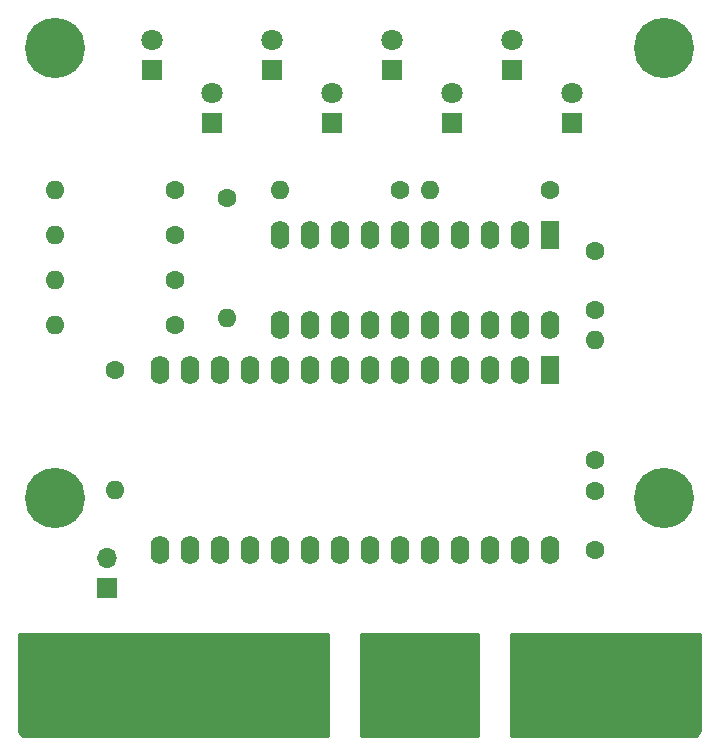
<source format=gbs>
%TF.GenerationSoftware,KiCad,Pcbnew,(5.1.8)-1*%
%TF.CreationDate,2021-03-07T18:53:48+01:00*%
%TF.ProjectId,ZX Diagnostic 2021,5a582044-6961-4676-9e6f-737469632032,rev?*%
%TF.SameCoordinates,Original*%
%TF.FileFunction,Soldermask,Bot*%
%TF.FilePolarity,Negative*%
%FSLAX46Y46*%
G04 Gerber Fmt 4.6, Leading zero omitted, Abs format (unit mm)*
G04 Created by KiCad (PCBNEW (5.1.8)-1) date 2021-03-07 18:53:48*
%MOMM*%
%LPD*%
G01*
G04 APERTURE LIST*
%ADD10C,1.600000*%
%ADD11O,1.600000X1.600000*%
%ADD12R,1.600000X2.400000*%
%ADD13O,1.600000X2.400000*%
%ADD14C,5.100000*%
%ADD15C,1.800000*%
%ADD16R,1.800000X1.800000*%
%ADD17O,1.700000X1.700000*%
%ADD18R,1.700000X1.700000*%
%ADD19C,0.254000*%
%ADD20C,0.100000*%
G04 APERTURE END LIST*
D10*
%TO.C,R1*%
X165354000Y-74295000D03*
D11*
X155194000Y-74295000D03*
%TD*%
D10*
%TO.C,R2*%
X152654000Y-74295000D03*
D11*
X142494000Y-74295000D03*
%TD*%
D12*
%TO.C,U1*%
X165354000Y-89535000D03*
D13*
X132334000Y-104775000D03*
X162814000Y-89535000D03*
X134874000Y-104775000D03*
X160274000Y-89535000D03*
X137414000Y-104775000D03*
X157734000Y-89535000D03*
X139954000Y-104775000D03*
X155194000Y-89535000D03*
X142494000Y-104775000D03*
X152654000Y-89535000D03*
X145034000Y-104775000D03*
X150114000Y-89535000D03*
X147574000Y-104775000D03*
X147574000Y-89535000D03*
X150114000Y-104775000D03*
X145034000Y-89535000D03*
X152654000Y-104775000D03*
X142494000Y-89535000D03*
X155194000Y-104775000D03*
X139954000Y-89535000D03*
X157734000Y-104775000D03*
X137414000Y-89535000D03*
X160274000Y-104775000D03*
X134874000Y-89535000D03*
X162814000Y-104775000D03*
X132334000Y-89535000D03*
X165354000Y-104775000D03*
%TD*%
D14*
%TO.C,M1*%
X123444000Y-100330000D03*
%TD*%
%TO.C,M2*%
X175011000Y-100330000D03*
%TD*%
%TO.C,M3*%
X175011000Y-62230000D03*
%TD*%
%TO.C,M4*%
X123444000Y-62230000D03*
%TD*%
D10*
%TO.C,C1*%
X169164000Y-104775000D03*
X169164000Y-99775000D03*
%TD*%
D15*
%TO.C,D1*%
X167259000Y-66040000D03*
D16*
X167259000Y-68580000D03*
%TD*%
%TO.C,D2*%
X162179000Y-64135000D03*
D15*
X162179000Y-61595000D03*
%TD*%
%TO.C,D3*%
X157099000Y-66040000D03*
D16*
X157099000Y-68580000D03*
%TD*%
D15*
%TO.C,D4*%
X152019000Y-61595000D03*
D16*
X152019000Y-64135000D03*
%TD*%
%TO.C,D5*%
X146939000Y-68580000D03*
D15*
X146939000Y-66040000D03*
%TD*%
D16*
%TO.C,D6*%
X141859000Y-64135000D03*
D15*
X141859000Y-61595000D03*
%TD*%
D16*
%TO.C,D7*%
X136779000Y-68580000D03*
D15*
X136779000Y-66040000D03*
%TD*%
%TO.C,D8*%
X131699000Y-61595000D03*
D16*
X131699000Y-64135000D03*
%TD*%
D11*
%TO.C,R3*%
X138049000Y-85090000D03*
D10*
X138049000Y-74930000D03*
%TD*%
D11*
%TO.C,R4*%
X128524000Y-99695000D03*
D10*
X128524000Y-89535000D03*
%TD*%
%TO.C,R5*%
X133604000Y-74295000D03*
D11*
X123444000Y-74295000D03*
%TD*%
%TO.C,R6*%
X123444000Y-78105000D03*
D10*
X133604000Y-78105000D03*
%TD*%
%TO.C,R7*%
X133604000Y-81915000D03*
D11*
X123444000Y-81915000D03*
%TD*%
%TO.C,R8*%
X123444000Y-85725000D03*
D10*
X133604000Y-85725000D03*
%TD*%
D12*
%TO.C,U2*%
X165354000Y-78105000D03*
D13*
X142494000Y-85725000D03*
X162814000Y-78105000D03*
X145034000Y-85725000D03*
X160274000Y-78105000D03*
X147574000Y-85725000D03*
X157734000Y-78105000D03*
X150114000Y-85725000D03*
X155194000Y-78105000D03*
X152654000Y-85725000D03*
X152654000Y-78105000D03*
X155194000Y-85725000D03*
X150114000Y-78105000D03*
X157734000Y-85725000D03*
X147574000Y-78105000D03*
X160274000Y-85725000D03*
X145034000Y-78105000D03*
X162814000Y-85725000D03*
X142494000Y-78105000D03*
X165354000Y-85725000D03*
%TD*%
D10*
%TO.C,C2*%
X169164000Y-84455000D03*
X169164000Y-79455000D03*
%TD*%
D17*
%TO.C,JP3*%
X127889000Y-105410000D03*
D18*
X127889000Y-107950000D03*
%TD*%
D10*
%TO.C,R9*%
X169164000Y-97155000D03*
D11*
X169164000Y-86995000D03*
%TD*%
D19*
X146558000Y-120396000D02*
X146538665Y-120493202D01*
X146501783Y-120548400D01*
X120850803Y-120548400D01*
X120720541Y-120478773D01*
X120566580Y-120352420D01*
X120440227Y-120198459D01*
X120370600Y-120068197D01*
X120370600Y-111887000D01*
X146558000Y-111887000D01*
X146558000Y-120396000D01*
D20*
G36*
X146558000Y-120396000D02*
G01*
X146538665Y-120493202D01*
X146501783Y-120548400D01*
X120850803Y-120548400D01*
X120720541Y-120478773D01*
X120566580Y-120352420D01*
X120440227Y-120198459D01*
X120370600Y-120068197D01*
X120370600Y-111887000D01*
X146558000Y-111887000D01*
X146558000Y-120396000D01*
G37*
D19*
X159258000Y-120396000D02*
X159238665Y-120493202D01*
X159201783Y-120548400D01*
X149408217Y-120548400D01*
X149371335Y-120493202D01*
X149352000Y-120396000D01*
X149352000Y-111887000D01*
X159258000Y-111887000D01*
X159258000Y-120396000D01*
D20*
G36*
X159258000Y-120396000D02*
G01*
X159238665Y-120493202D01*
X159201783Y-120548400D01*
X149408217Y-120548400D01*
X149371335Y-120493202D01*
X149352000Y-120396000D01*
X149352000Y-111887000D01*
X159258000Y-111887000D01*
X159258000Y-120396000D01*
G37*
D19*
X178079400Y-120068197D02*
X178009773Y-120198459D01*
X177883420Y-120352420D01*
X177729459Y-120478773D01*
X177599197Y-120548400D01*
X162108217Y-120548400D01*
X162071335Y-120493202D01*
X162052000Y-120396000D01*
X162052000Y-111887000D01*
X178079400Y-111887000D01*
X178079400Y-120068197D01*
D20*
G36*
X178079400Y-120068197D02*
G01*
X178009773Y-120198459D01*
X177883420Y-120352420D01*
X177729459Y-120478773D01*
X177599197Y-120548400D01*
X162108217Y-120548400D01*
X162071335Y-120493202D01*
X162052000Y-120396000D01*
X162052000Y-111887000D01*
X178079400Y-111887000D01*
X178079400Y-120068197D01*
G37*
M02*

</source>
